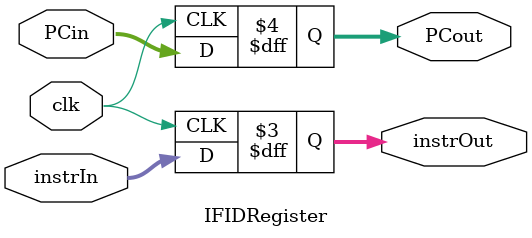
<source format=v>
`timescale 1ns / 1ps


module IFIDRegister(
    input [31:0] instrIn,
	 input [63:0] PCin,
    output reg [31:0] instrOut,
	 output reg [63:0] PCout,
    input clk
    );

	reg [95:0] mem;
    
    always @ (posedge clk)
    begin
      mem = {{32{PCin[63:0]}},instrIn[31:0]};
		instrOut = mem[31:0];
		PCout = mem[95:32];
    end

    always @ (negedge clk)
    begin  	
    end
    
endmodule

</source>
